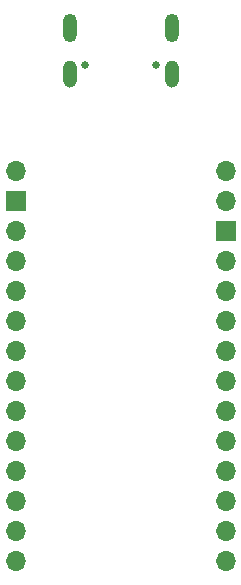
<source format=gbr>
%TF.GenerationSoftware,KiCad,Pcbnew,(5.1.8)-1*%
%TF.CreationDate,2020-12-28T06:59:24-08:00*%
%TF.ProjectId,atmega32u4_dev_board,61746d65-6761-4333-9275-345f6465765f,rev?*%
%TF.SameCoordinates,Original*%
%TF.FileFunction,Soldermask,Bot*%
%TF.FilePolarity,Negative*%
%FSLAX46Y46*%
G04 Gerber Fmt 4.6, Leading zero omitted, Abs format (unit mm)*
G04 Created by KiCad (PCBNEW (5.1.8)-1) date 2020-12-28 06:59:24*
%MOMM*%
%LPD*%
G01*
G04 APERTURE LIST*
%ADD10C,0.600000*%
%ADD11C,0.630000*%
%ADD12O,1.158000X2.316000*%
%ADD13O,1.200000X2.400000*%
%ADD14O,1.700000X1.700000*%
%ADD15R,1.700000X1.700000*%
G04 APERTURE END LIST*
D10*
%TO.C,J6*%
X150500000Y-75760000D03*
D11*
X150500000Y-75760000D03*
X156500000Y-75760000D03*
D12*
X157820000Y-76485000D03*
X149180000Y-76485000D03*
D13*
X157820000Y-72660000D03*
X149180000Y-72660000D03*
%TD*%
D14*
%TO.C,J3*%
X144610000Y-84740000D03*
D15*
X144610000Y-87280000D03*
D14*
X144610000Y-89820000D03*
X144610000Y-92360000D03*
X144610000Y-94900000D03*
X144610000Y-97440000D03*
X144610000Y-99980000D03*
X144610000Y-102520000D03*
X144610000Y-105060000D03*
X144610000Y-107600000D03*
X144610000Y-110140000D03*
X144610000Y-112680000D03*
X144610000Y-115220000D03*
X144610000Y-117760000D03*
%TD*%
%TO.C,J4*%
X162390000Y-117760000D03*
X162390000Y-115220000D03*
X162390000Y-112680000D03*
X162390000Y-110140000D03*
X162390000Y-107600000D03*
X162390000Y-105060000D03*
X162390000Y-102520000D03*
X162390000Y-99980000D03*
X162390000Y-97440000D03*
X162390000Y-94900000D03*
X162390000Y-92360000D03*
D15*
X162390000Y-89820000D03*
D14*
X162390000Y-87280000D03*
X162390000Y-84740000D03*
%TD*%
M02*

</source>
